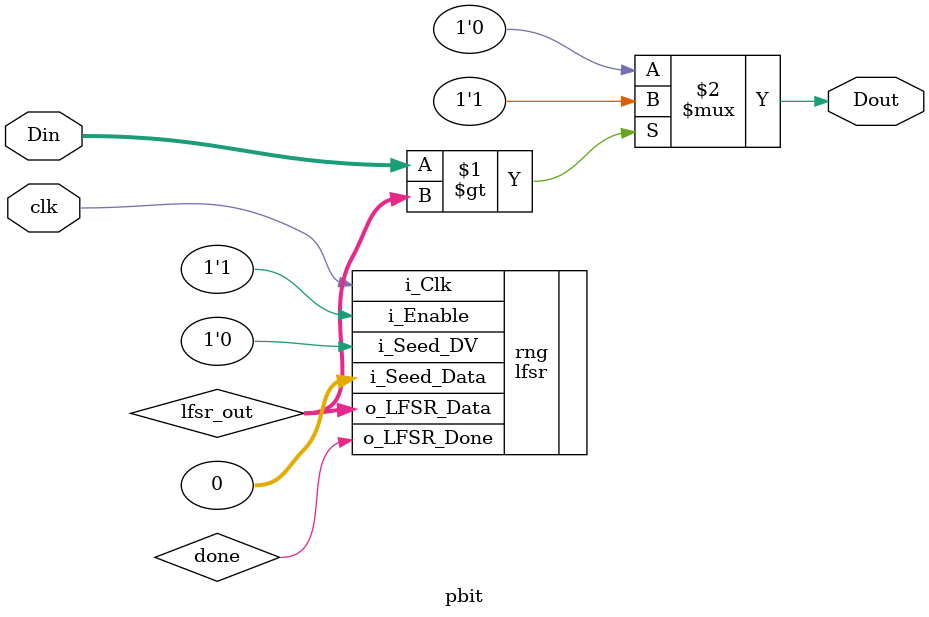
<source format=sv>
`timescale 1ns / 1ps

module pbit(output Dout, input [31:0] Din, input clk
    );

wire [31:0] lfsr_out;

lfsr rng (
    .i_Clk(clk),
    .i_Enable(1'b1),
    .i_Seed_DV(1'b0),
    .i_Seed_Data(32'd0),
    .o_LFSR_Data(lfsr_out),
    .o_LFSR_Done(done)
);

// Output assignment
assign Dout = (Din > lfsr_out) ? 1'b1 : 1'b0;

endmodule

</source>
